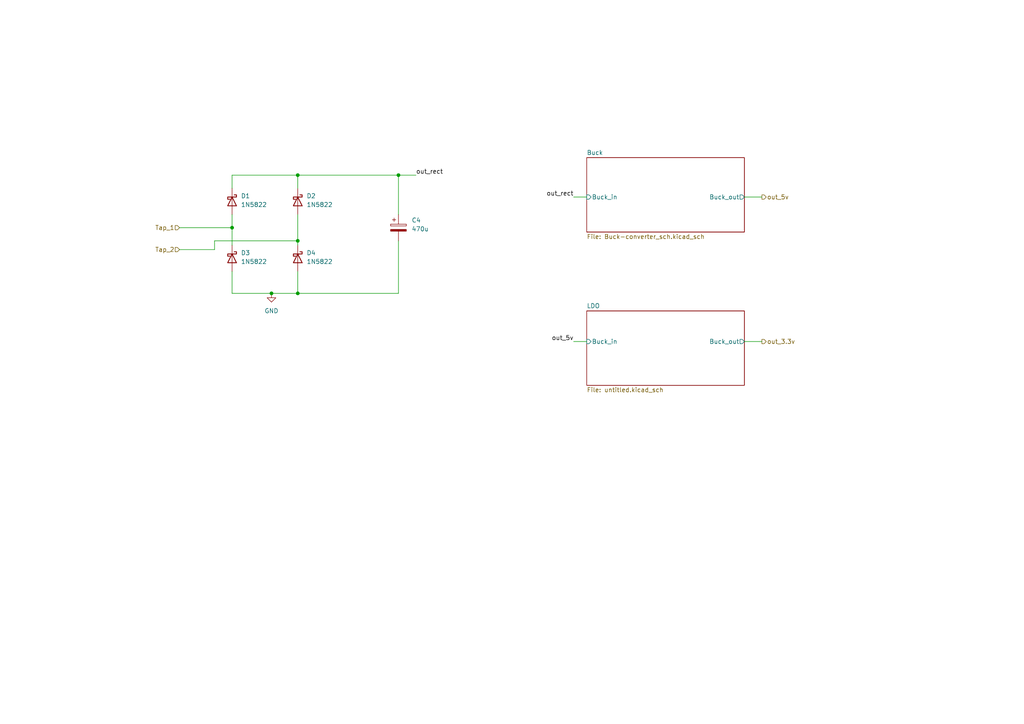
<source format=kicad_sch>
(kicad_sch (version 20211123) (generator eeschema)
  (paper "A4")
  (lib_symbols
    (symbol "Device:C_Polarized" (pin_numbers hide) (pin_names (offset 0.254))
      (property "Reference" "C" (at 0.635 2.54 0))
      (property "Value" "C_Polarized" (at 0.635 -2.54 0))
      (symbol "C_Polarized_0_1"
        (rectangle (start -2.286 0.508) (end 2.286 1.016))
        (polyline (pts (xy -1.778 2.286) (xy -0.762 2.286)))
        (polyline (pts (xy -1.27 2.794) (xy -1.27 1.778)))
        (rectangle (start 2.286 -0.508) (end -2.286 -1.016) (fill (type outline)))
      )
      (symbol "C_Polarized_1_1"
        (pin passive line (at 0 3.81 270) (length 2.794) (name "~") (number "1"))
        (pin passive line (at 0 -3.81 90) (length 2.794) (name "~") (number "2"))
      )
    )
    (symbol "Diode:1N5822" (pin_numbers hide) (pin_names (offset 1.016) hide)
      (property "Reference" "D" (at 0 2.54 0))
      (property "Value" "1N5822" (at 0 -2.54 0))
      (symbol "1N5822_0_1"
        (polyline (pts (xy 1.27 0) (xy -1.27 0)))
        (polyline (pts (xy 1.27 1.27) (xy 1.27 -1.27) (xy -1.27 0) (xy 1.27 1.27)) (stroke (width 0.254)))
        (polyline (pts (xy -1.905 0.635) (xy -1.905 1.27) (xy -1.27 1.27) (xy -1.27 -1.27) (xy -0.635 -1.27) (xy -0.635 -0.635)) (stroke (width 0.254)))
      )
      (symbol "1N5822_1_1"
        (pin passive line (at -3.81 0 0) (length 2.54) (name "K") (number "1"))
        (pin passive line (at 3.81 0 180) (length 2.54) (name "A") (number "2"))
      )
    )
    (symbol "power:GND" (power) (pin_names (offset 0))
      (property "Value" "GND" (at 0 -3.81 0))
      (symbol "GND_0_1"
        (polyline (pts (xy 0 0) (xy 0 -1.27) (xy 1.27 -1.27) (xy 0 -2.54) (xy -1.27 -1.27) (xy 0 -1.27)))
      )
      (symbol "GND_1_1"
        (pin power_in line (at 0 0 270) (length 0) hide (name "GND") (number "1"))
      )
    )
  )
  (junction (at 115.57 50.8))
  (junction (at 78.74 85.09))
  (junction (at 86.36 50.8))
  (junction (at 86.36 69.85))
  (junction (at 86.36 85.09))
  (junction (at 67.31 66.04))
  (wire (pts (xy 86.36 50.8) (xy 86.36 54.61)))
  (wire (pts (xy 166.37 57.15) (xy 170.18 57.15)))
  (wire (pts (xy 86.36 69.85) (xy 86.36 71.12)))
  (wire (pts (xy 86.36 78.74) (xy 86.36 85.09)))
  (wire (pts (xy 67.31 62.23) (xy 67.31 66.04)))
  (wire (pts (xy 86.36 85.09) (xy 78.74 85.09)))
  (wire (pts (xy 215.9 99.06) (xy 220.98 99.06)))
  (wire (pts (xy 62.23 69.85) (xy 86.36 69.85)))
  (wire (pts (xy 115.57 85.09) (xy 86.36 85.09)))
  (wire (pts (xy 115.57 62.23) (xy 115.57 50.8)))
  (wire (pts (xy 215.9 57.15) (xy 220.98 57.15)))
  (wire (pts (xy 67.31 54.61) (xy 67.31 50.8)))
  (wire (pts (xy 115.57 69.85) (xy 115.57 85.09)))
  (wire (pts (xy 166.37 99.06) (xy 170.18 99.06)))
  (wire (pts (xy 67.31 50.8) (xy 86.36 50.8)))
  (wire (pts (xy 62.23 72.39) (xy 62.23 69.85)))
  (wire (pts (xy 67.31 66.04) (xy 67.31 71.12)))
  (wire (pts (xy 78.74 85.09) (xy 67.31 85.09)))
  (wire (pts (xy 52.07 66.04) (xy 67.31 66.04)))
  (wire (pts (xy 52.07 72.39) (xy 62.23 72.39)))
  (wire (pts (xy 86.36 62.23) (xy 86.36 69.85)))
  (wire (pts (xy 115.57 50.8) (xy 120.65 50.8)))
  (wire (pts (xy 67.31 78.74) (xy 67.31 85.09)))
  (wire (pts (xy 115.57 50.8) (xy 86.36 50.8)))
  (label "out_5v" (at 166.37 99.06 180))
  (label "out_rect" (at 120.65 50.8 0))
  (label "out_rect" (at 166.37 57.15 180))
  (hierarchical_label "out_3.3v" (shape output) (at 220.98 99.06 0))
  (hierarchical_label "Tap_1" (shape input) (at 52.07 66.04 180))
  (hierarchical_label "out_5v" (shape output) (at 220.98 57.15 0))
  (hierarchical_label "Tap_2" (shape input) (at 52.07 72.39 180))
  (symbol (lib_id "Device:C_Polarized") (at 115.57 66.04 0) (unit 1)
    (property "Reference" "C4" (at 119.38 63.8809 0) (effects (justify left)))
    (property "Value" "470u" (at 119.38 66.4209 0) (effects (justify left)))
    (property "Footprint" "Capacitor_SMD:C_0603_1608Metric_Pad1.08x0.95mm_HandSolder" (effects hide))
  )
  (symbol (lib_id "Diode:1N5822") (at 86.36 74.93 270) (unit 1)
    (property "Reference" "D4" (at 88.9 73.3424 90) (effects (justify left)))
    (property "Value" "1N5822" (at 88.9 75.8824 90) (effects (justify left)))
    (property "Footprint" "Diode_THT:D_DO-201AD_P15.24mm_Horizontal" (effects hide))
    (property "Datasheet" "http://www.vishay.com/docs/88526/1n5820.pdf" (effects hide))
  )
  (symbol (lib_id "Diode:1N5822") (at 67.31 58.42 270) (unit 1)
    (property "Reference" "D1" (at 69.85 56.8324 90) (effects (justify left)))
    (property "Value" "1N5822" (at 69.85 59.3724 90) (effects (justify left)))
    (property "Footprint" "Diode_THT:D_DO-201AD_P15.24mm_Horizontal" (effects hide))
    (property "Datasheet" "http://www.vishay.com/docs/88526/1n5820.pdf" (effects hide))
  )
  (symbol (lib_id "power:GND") (at 78.74 85.09 0) (unit 1)
    (property "Reference" "#PWR016" (effects hide))
    (property "Value" "GND" (at 78.74 90.17 0))
  )
  (symbol (lib_id "Diode:1N5822") (at 67.31 74.93 270) (unit 1)
    (property "Reference" "D3" (at 69.85 73.3424 90) (effects (justify left)))
    (property "Value" "1N5822" (at 69.85 75.8824 90) (effects (justify left)))
    (property "Footprint" "Diode_THT:D_DO-201AD_P15.24mm_Horizontal" (effects hide))
    (property "Datasheet" "http://www.vishay.com/docs/88526/1n5820.pdf" (effects hide))
  )
  (symbol (lib_id "Diode:1N5822") (at 86.36 58.42 270) (unit 1)
    (property "Reference" "D2" (at 88.9 56.8324 90) (effects (justify left)))
    (property "Value" "1N5822" (at 88.9 59.3724 90) (effects (justify left)))
    (property "Footprint" "Diode_THT:D_DO-201AD_P15.24mm_Horizontal" (effects hide))
    (property "Datasheet" "http://www.vishay.com/docs/88526/1n5820.pdf" (effects hide))
  )
  (sheet (at 170.18 90.17) (size 45.72 21.59) (stroke (width 0.1524))
    (property "Sheet name" "LDO" (at 170.18 89.4584 0) (effects (justify left bottom)))
    (property "Sheet file" "untitled.kicad_sch" (at 170.18 112.3446 0) (effects (justify left top)))
    (pin "Buck_in" input (at 170.18 99.06 180))
    (pin "Buck_out" output (at 215.9 99.06 0))
  )
  (sheet (at 170.18 45.72) (size 45.72 21.59) (stroke (width 0.1524))
    (property "Sheet name" "Buck" (at 170.18 45.0084 0) (effects (justify left bottom)))
    (property "Sheet file" "Buck-converter_sch.kicad_sch" (at 170.18 67.8946 0) (effects (justify left top)))
    (pin "Buck_out" output (at 215.9 57.15 0))
    (pin "Buck_in" input (at 170.18 57.15 180))
  )
)
</source>
